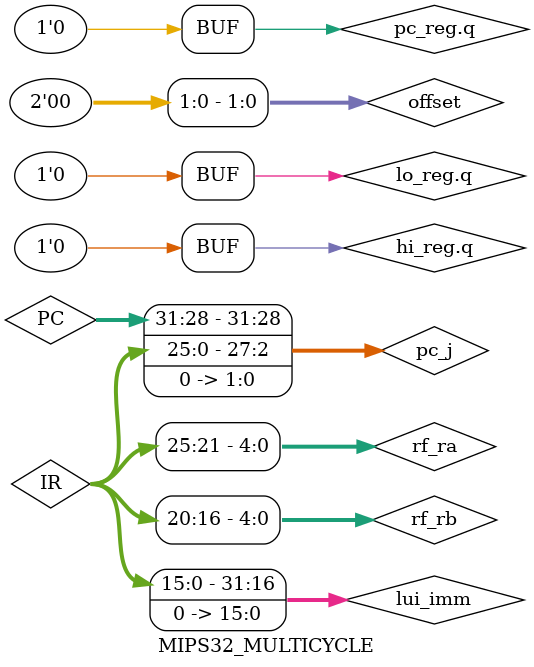
<source format=v>
module MIPS32_MULTICYCLE();

parameter RAM_SIZE = 32'h20000;
parameter TEXT = 32'h00400000;
parameter KTEXT = TEXT+RAM_SIZE/4;
parameter DATA = TEXT+RAM_SIZE/2;
parameter TEXT_FILE = "../data/text.txt";
parameter KTEXT_FILE = "../data/ktext.txt";

wire PCWr, PCWrCond, IRWr, MemRd, MemWr, IorD, RegWr, UnsImm, HiWr, LoWr, CP0Wr;
wire ALUOp, HLWD, Syscall, Break;
wire [1:0] RegWA, ALUSrcA;
wire [2:0] PCSrc, RegWD, ALUSrcB;
wire clk_P, clk_T;

Clock clk(.P(clk_P), .T(clk_T));

wire pc_w;
wire [31:0] pc_d, PC;
FlopR pc_reg(.clk(clk_P), .w(pc_w), .reset(1'b0), .d(pc_d), .q(PC));
// Backup PC for EPC.
wire [31:0] PC_bk;
FlopR pc_bk(.clk(clk_P), .w(PCWr), .reset(1'b0), .d(PC), .q(PC_bk));
initial pc_reg.q = TEXT;

wire [4:0] rf_ra, rf_rb, rf_wid;
wire [31:0] reg_a, reg_b, rf_wd, A, B;
FlopR rfA(.clk(clk_P), .w(1'b1), .reset(1'b0), .d(reg_a), .q(A));
FlopR rfB(.clk(clk_P), .w(1'b1), .reset(1'b0), .d(reg_b), .q(B));
RF2r1w rf(.r_id1(rf_ra), .r_id2(rf_rb), .w_id(rf_wid), .cp(clk_P),
  .w(RegWr&&(rf_wid!=0)), .r_data1(reg_a), .r_data2(reg_b), .w_data(rf_wd));
initial rf.data[28] = DATA;

wire [31:0] mem_adr, mem_rd, MDR, IR;
wire [2:0] mem_rt;
FlopR ir_reg(.clk(clk_P), .w(IRWr), .reset(1'b0), .d(mem_rd), .q(IR));
FlopR mdr_reg(.clk(clk_P), .w(1'b1), .reset(1'b0), .d(mem_rd), .q(MDR));
RAM #(.SIZE(RAM_SIZE), .ZERO(TEXT), .FILE1(TEXT_FILE), .FILE2(KTEXT_FILE))
  mem(.radr(mem_adr), .r(MemRd), .r_type(mem_rt),
  .w(MemWr), .w_type(IR[27:26]), .w_data(B), .r_data(mem_rd));

wire [3:0] alu_f;
wire [31:0] alu_a, alu_b;
wire [63:0] alu_c, ALUOUT;
wire ze, ov, si, dz;
FlopR #(.W(64)) alu_out(.clk(clk_P), .w(1'b1), .reset(1'b0), .d(alu_c), .q(ALUOUT));
ALU alu(.f(alu_f), .a(alu_a), .b(alu_b), .c(alu_c),
  .ze(ze), .ov(ov), .si(si), .dz(dz));

wire [31:0] hi_wd, lo_wd, HI, LO;
FlopR hi_reg(.clk(clk_P), .w(HiWr), .reset(1'b0), .d(hi_wd), .q(HI));
FlopR lo_reg(.clk(clk_P), .w(LoWr), .reset(1'b0), .d(lo_wd), .q(LO));
initial begin
  hi_reg.q = 0;
  lo_reg.q = 0;
end

wire exception;
wire [31:0] cause, cp0_rd, EPC, C0;
FlopR cp0_reg(.clk(clk_P), .w(1'b1), .reset(1'b0), .d(cp0_rd), .q(C0));
CP0 cp0(.clk(clk_P), .adr(IR[15:11]), .w(CP0Wr), .ex(exception), .pc(PC_bk),
  .ca(cause), .rd(cp0_rd), .epc(EPC), .wd(B));

wire [31:0] imm, sig_imm, uns_imm;
SigExt sig_ext(.in(IR[15:0]), .out(sig_imm));
UnsigExt uns_ext(.in(IR[15:0]), .out(uns_imm));
Mux2 imm_mux( .sl(UnsImm), .in0(sig_imm), .in1(uns_imm), .out(imm));

MCU mcu(.clk(clk_T), .PCWr(PCWr), .PCWrCond(PCWrCond), .IRWr(IRWr), .MemRd(MemRd),
  .MemWr(MemWr), .IorD(IorD), .RegWr(RegWr), .UnsImm(UnsImm), .HiWr(HiWr),
  .LoWr(LoWr), .CP0Wr(CP0Wr), .ALUOp(ALUOp), .ALUSrcA(ALUSrcA), .HLWD(HLWD),
  .Syscall(Syscall), .Break(Break), .RegWA(RegWA), .ALUSrcB(ALUSrcB),
  .PCSrc(PCSrc), .RegWD(RegWD), .IR(IR), .ex(exception));

// Datapath for PC start
// PCSrc: alu_c, inst[25:0], A, ALUOUT, KTEXT, EPC
wire [31:0] pc_j = {PC[31:28], IR[25:0], 2'b0};
Mux8 pc_mux(.sl(PCSrc), .in000(alu_c[31:0]), .in001(pc_j), .in010(A),
  .in011(ALUOUT[31:0]), .in100(KTEXT), .in101(EPC), .in110(32'bx),
  .in111(32'bx), .out(pc_d));
wire branch;
assign pc_w = PCWr | (PCWrCond & branch);
BranchCU branch_ctrl(.op({IR[28:26], IR[16]}), .si(si), .ze(ze), .out(branch));
// Datapath for PC end


// Datapath for RF start
assign rf_ra = IR[25:21];
assign rf_rb = IR[20:16];
Mux4 #(.W(5)) wReg(.sl(RegWA), .in00(IR[15:11]), .in01(rf_rb), .in10(5'bx),
  .in11(5'd31), .out(rf_wid));
// rf_wd: alu, mem, pc, hi, lo, cp0, lui_imm
wire [31:0] lui_imm = {IR[15:0], 16'b0};
Mux8 rf_wd_mux(.sl(RegWD), .in000(ALUOUT[31:0]), .in001(MDR), .in010(PC),
  .in011(HI), .in100(LO), .in101(C0), .in110(lui_imm), .in111(32'bx),
  .out(rf_wd));
// Datapath for RF end


// Datapath for RAM start
Mux2 mem_adr_mux(.sl(IorD), .in0(PC), .in1(ALUOUT[31:0]), .out(mem_adr));
Mux2 #(.W(3)) mem_rt_mux(.sl(IorD), .in0(3'b011),
  .in1(IR[28:26]), .out(mem_rt));
// Datapath for RAM end


// Datapath for ALU start
wire [31:0] shift_s;
UnsigExt #(.M(5), .W(32)) shift_s_ext(.in(IR[10:6]), .out(shift_s));
Mux4 alu_a_mux(.sl(ALUSrcA), .in00(A), .in01(shift_s), .in10(PC),
  .in11(32'bx), .out(alu_a));
// alu_b: B, imm, 0, 4, offset
wire [31:0] offset = {imm[29:0], 2'b0};
Mux8 alu_b_mux(.sl(ALUSrcB), .in000(B), .in001(imm), .in010(32'b0),
  .in011(32'd4), .in100(offset), .in101('bx), .in110('bx), .in111('bx),
  .out(alu_b));
ALUCU alu_ctrl(.cu(ALUOp), .op(IR[31:26]), .func(IR[5:0]), .out(alu_f));
// Datapath for ALU end


// Datapath for HI, LO start
Mux2 hi_wd_mux(.sl(HLWD), .in0(ALUOUT[63:32]), .in1(A), .out(hi_wd));
Mux2 lo_wd_mux(.sl(HLWD), .in0(ALUOUT[31:0]), .in1(A), .out(lo_wd));
// Datapath for HI, LO end


// Datapath for CP0 start
CP0CU cp0_ctrl(.ov(ov), .dz(dz), .sys(Syscall), .brk(Break),
  .ca(cause), .ex(exception));
// Datapath for CP0 end

endmodule

</source>
